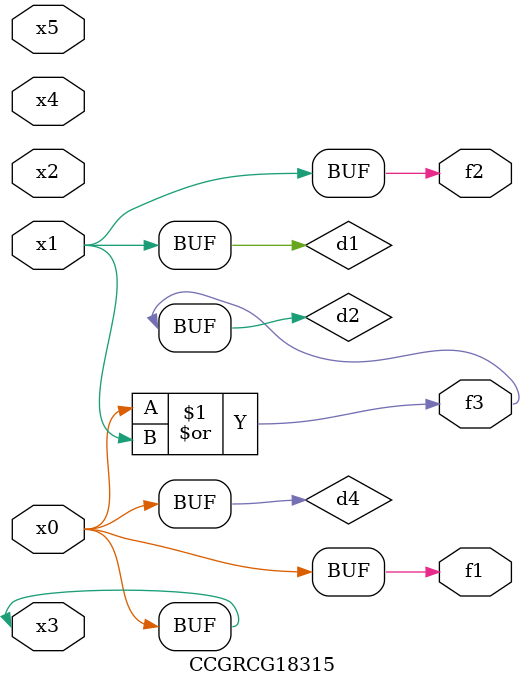
<source format=v>
module CCGRCG18315(
	input x0, x1, x2, x3, x4, x5,
	output f1, f2, f3
);

	wire d1, d2, d3, d4;

	and (d1, x1);
	or (d2, x0, x1);
	nand (d3, x0, x5);
	buf (d4, x0, x3);
	assign f1 = d4;
	assign f2 = d1;
	assign f3 = d2;
endmodule

</source>
